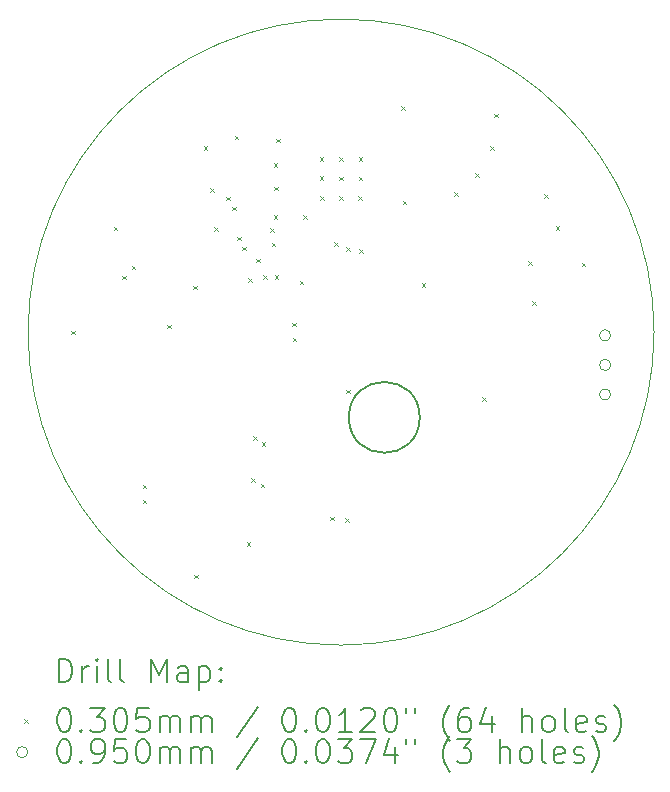
<source format=gbr>
%TF.GenerationSoftware,KiCad,Pcbnew,8.99.0-3406-g49ffbf5b50*%
%TF.CreationDate,2025-01-20T10:30:10+05:30*%
%TF.ProjectId,knob,6b6e6f62-2e6b-4696-9361-645f70636258,rev?*%
%TF.SameCoordinates,Original*%
%TF.FileFunction,Drillmap*%
%TF.FilePolarity,Positive*%
%FSLAX45Y45*%
G04 Gerber Fmt 4.5, Leading zero omitted, Abs format (unit mm)*
G04 Created by KiCad (PCBNEW 8.99.0-3406-g49ffbf5b50) date 2025-01-20 10:30:10*
%MOMM*%
%LPD*%
G01*
G04 APERTURE LIST*
%ADD10C,0.200000*%
%ADD11C,0.050000*%
%ADD12C,0.100000*%
G04 APERTURE END LIST*
D10*
X10666000Y-10722000D02*
G75*
G02*
X10066000Y-10722000I-300000J0D01*
G01*
X10066000Y-10722000D02*
G75*
G02*
X10666000Y-10722000I300000J0D01*
G01*
D11*
X12650000Y-10000000D02*
G75*
G02*
X7350000Y-10000000I-2650000J0D01*
G01*
X7350000Y-10000000D02*
G75*
G02*
X12650000Y-10000000I2650000J0D01*
G01*
D10*
D12*
X7714760Y-9989760D02*
X7745240Y-10020240D01*
X7745240Y-9989760D02*
X7714760Y-10020240D01*
X8073760Y-9106760D02*
X8104240Y-9137240D01*
X8104240Y-9106760D02*
X8073760Y-9137240D01*
X8147760Y-9523760D02*
X8178240Y-9554240D01*
X8178240Y-9523760D02*
X8147760Y-9554240D01*
X8226760Y-9436760D02*
X8257240Y-9467240D01*
X8257240Y-9436760D02*
X8226760Y-9467240D01*
X8320760Y-11292260D02*
X8351240Y-11322740D01*
X8351240Y-11292260D02*
X8320760Y-11322740D01*
X8320760Y-11419260D02*
X8351240Y-11449740D01*
X8351240Y-11419260D02*
X8320760Y-11449740D01*
X8526760Y-9935760D02*
X8557240Y-9966240D01*
X8557240Y-9935760D02*
X8526760Y-9966240D01*
X8749760Y-9605760D02*
X8780240Y-9636240D01*
X8780240Y-9605760D02*
X8749760Y-9636240D01*
X8755760Y-12052760D02*
X8786240Y-12083240D01*
X8786240Y-12052760D02*
X8755760Y-12083240D01*
X8835760Y-8427760D02*
X8866240Y-8458240D01*
X8866240Y-8427760D02*
X8835760Y-8458240D01*
X8893760Y-8780760D02*
X8924240Y-8811240D01*
X8924240Y-8780760D02*
X8893760Y-8811240D01*
X8924068Y-9111221D02*
X8954548Y-9141701D01*
X8954548Y-9111221D02*
X8924068Y-9141701D01*
X9029760Y-8852760D02*
X9060240Y-8883240D01*
X9060240Y-8852760D02*
X9029760Y-8883240D01*
X9079920Y-8937760D02*
X9110400Y-8968240D01*
X9110400Y-8937760D02*
X9079920Y-8968240D01*
X9100760Y-8336760D02*
X9131240Y-8367240D01*
X9131240Y-8336760D02*
X9100760Y-8367240D01*
X9120240Y-9192760D02*
X9150720Y-9223240D01*
X9150720Y-9192760D02*
X9120240Y-9223240D01*
X9160560Y-9277760D02*
X9191040Y-9308240D01*
X9191040Y-9277760D02*
X9160560Y-9308240D01*
X9199760Y-11777760D02*
X9230240Y-11808240D01*
X9230240Y-11777760D02*
X9199760Y-11808240D01*
X9214760Y-9541760D02*
X9245240Y-9572240D01*
X9245240Y-9541760D02*
X9214760Y-9572240D01*
X9237760Y-11234760D02*
X9268240Y-11265240D01*
X9268240Y-11234760D02*
X9237760Y-11265240D01*
X9257760Y-10883760D02*
X9288240Y-10914240D01*
X9288240Y-10883760D02*
X9257760Y-10914240D01*
X9279703Y-9378469D02*
X9310183Y-9408949D01*
X9310183Y-9378469D02*
X9279703Y-9408949D01*
X9320760Y-11284760D02*
X9351240Y-11315240D01*
X9351240Y-11284760D02*
X9320760Y-11315240D01*
X9328760Y-10932760D02*
X9359240Y-10963240D01*
X9359240Y-10932760D02*
X9328760Y-10963240D01*
X9339760Y-9519760D02*
X9370240Y-9550240D01*
X9370240Y-9519760D02*
X9339760Y-9550240D01*
X9399760Y-9120760D02*
X9430240Y-9151240D01*
X9430240Y-9120760D02*
X9399760Y-9151240D01*
X9411760Y-9243760D02*
X9442240Y-9274240D01*
X9442240Y-9243760D02*
X9411760Y-9274240D01*
X9429760Y-9010760D02*
X9460240Y-9041240D01*
X9460240Y-9010760D02*
X9429760Y-9041240D01*
X9431260Y-8568260D02*
X9461740Y-8598740D01*
X9461740Y-8568260D02*
X9431260Y-8598740D01*
X9431760Y-8768760D02*
X9462240Y-8799240D01*
X9462240Y-8768760D02*
X9431760Y-8799240D01*
X9436760Y-9520760D02*
X9467240Y-9551240D01*
X9467240Y-9520760D02*
X9436760Y-9551240D01*
X9451760Y-8362760D02*
X9482240Y-8393240D01*
X9482240Y-8362760D02*
X9451760Y-8393240D01*
X9585760Y-9921260D02*
X9616240Y-9951740D01*
X9616240Y-9921260D02*
X9585760Y-9951740D01*
X9590760Y-10048260D02*
X9621240Y-10078740D01*
X9621240Y-10048260D02*
X9590760Y-10078740D01*
X9648760Y-9563760D02*
X9679240Y-9594240D01*
X9679240Y-9563760D02*
X9648760Y-9594240D01*
X9678760Y-9011760D02*
X9709240Y-9042240D01*
X9709240Y-9011760D02*
X9678760Y-9042240D01*
X9819760Y-8517760D02*
X9850240Y-8548240D01*
X9850240Y-8517760D02*
X9819760Y-8548240D01*
X9819760Y-8677760D02*
X9850240Y-8708240D01*
X9850240Y-8677760D02*
X9819760Y-8708240D01*
X9821760Y-8848760D02*
X9852240Y-8879240D01*
X9852240Y-8848760D02*
X9821760Y-8879240D01*
X9907760Y-11562760D02*
X9938240Y-11593240D01*
X9938240Y-11562760D02*
X9907760Y-11593240D01*
X9940760Y-9236760D02*
X9971240Y-9267240D01*
X9971240Y-9236760D02*
X9940760Y-9267240D01*
X9984760Y-8517760D02*
X10015240Y-8548240D01*
X10015240Y-8517760D02*
X9984760Y-8548240D01*
X9984760Y-8682760D02*
X10015240Y-8713240D01*
X10015240Y-8682760D02*
X9984760Y-8713240D01*
X9984760Y-8847760D02*
X10015240Y-8878240D01*
X10015240Y-8847760D02*
X9984760Y-8878240D01*
X10033760Y-11576760D02*
X10064240Y-11607240D01*
X10064240Y-11576760D02*
X10033760Y-11607240D01*
X10040933Y-9282442D02*
X10071413Y-9312922D01*
X10071413Y-9282442D02*
X10040933Y-9312922D01*
X10043760Y-10486760D02*
X10074240Y-10517240D01*
X10074240Y-10486760D02*
X10043760Y-10517240D01*
X10146760Y-8848760D02*
X10177240Y-8879240D01*
X10177240Y-8848760D02*
X10146760Y-8879240D01*
X10149760Y-8517760D02*
X10180240Y-8548240D01*
X10180240Y-8517760D02*
X10149760Y-8548240D01*
X10149760Y-8684760D02*
X10180240Y-8715240D01*
X10180240Y-8684760D02*
X10149760Y-8715240D01*
X10154760Y-9296760D02*
X10185240Y-9327240D01*
X10185240Y-9296760D02*
X10154760Y-9327240D01*
X10507760Y-8088760D02*
X10538240Y-8119240D01*
X10538240Y-8088760D02*
X10507760Y-8119240D01*
X10520260Y-8888260D02*
X10550740Y-8918740D01*
X10550740Y-8888260D02*
X10520260Y-8918740D01*
X10681760Y-9586760D02*
X10712240Y-9617240D01*
X10712240Y-9586760D02*
X10681760Y-9617240D01*
X10958760Y-8814760D02*
X10989240Y-8845240D01*
X10989240Y-8814760D02*
X10958760Y-8845240D01*
X11137760Y-8654760D02*
X11168240Y-8685240D01*
X11168240Y-8654760D02*
X11137760Y-8685240D01*
X11194760Y-10549760D02*
X11225240Y-10580240D01*
X11225240Y-10549760D02*
X11194760Y-10580240D01*
X11260760Y-8423760D02*
X11291240Y-8454240D01*
X11291240Y-8423760D02*
X11260760Y-8454240D01*
X11296760Y-8149760D02*
X11327240Y-8180240D01*
X11327240Y-8149760D02*
X11296760Y-8180240D01*
X11582760Y-9399760D02*
X11613240Y-9430240D01*
X11613240Y-9399760D02*
X11582760Y-9430240D01*
X11618760Y-9740760D02*
X11649240Y-9771240D01*
X11649240Y-9740760D02*
X11618760Y-9771240D01*
X11718760Y-8830760D02*
X11749240Y-8861240D01*
X11749240Y-8830760D02*
X11718760Y-8861240D01*
X11815760Y-9103760D02*
X11846240Y-9134240D01*
X11846240Y-9103760D02*
X11815760Y-9134240D01*
X12037760Y-9412760D02*
X12068240Y-9443240D01*
X12068240Y-9412760D02*
X12037760Y-9443240D01*
X12282750Y-10028000D02*
G75*
G02*
X12187750Y-10028000I-47500J0D01*
G01*
X12187750Y-10028000D02*
G75*
G02*
X12282750Y-10028000I47500J0D01*
G01*
X12282750Y-10278000D02*
G75*
G02*
X12187750Y-10278000I-47500J0D01*
G01*
X12187750Y-10278000D02*
G75*
G02*
X12282750Y-10278000I47500J0D01*
G01*
X12282750Y-10528000D02*
G75*
G02*
X12187750Y-10528000I-47500J0D01*
G01*
X12187750Y-10528000D02*
G75*
G02*
X12282750Y-10528000I47500J0D01*
G01*
D10*
X7608277Y-12963984D02*
X7608277Y-12763984D01*
X7608277Y-12763984D02*
X7655896Y-12763984D01*
X7655896Y-12763984D02*
X7684467Y-12773508D01*
X7684467Y-12773508D02*
X7703515Y-12792555D01*
X7703515Y-12792555D02*
X7713039Y-12811603D01*
X7713039Y-12811603D02*
X7722562Y-12849698D01*
X7722562Y-12849698D02*
X7722562Y-12878269D01*
X7722562Y-12878269D02*
X7713039Y-12916365D01*
X7713039Y-12916365D02*
X7703515Y-12935412D01*
X7703515Y-12935412D02*
X7684467Y-12954460D01*
X7684467Y-12954460D02*
X7655896Y-12963984D01*
X7655896Y-12963984D02*
X7608277Y-12963984D01*
X7808277Y-12963984D02*
X7808277Y-12830650D01*
X7808277Y-12868746D02*
X7817801Y-12849698D01*
X7817801Y-12849698D02*
X7827324Y-12840174D01*
X7827324Y-12840174D02*
X7846372Y-12830650D01*
X7846372Y-12830650D02*
X7865420Y-12830650D01*
X7932086Y-12963984D02*
X7932086Y-12830650D01*
X7932086Y-12763984D02*
X7922562Y-12773508D01*
X7922562Y-12773508D02*
X7932086Y-12783031D01*
X7932086Y-12783031D02*
X7941610Y-12773508D01*
X7941610Y-12773508D02*
X7932086Y-12763984D01*
X7932086Y-12763984D02*
X7932086Y-12783031D01*
X8055896Y-12963984D02*
X8036848Y-12954460D01*
X8036848Y-12954460D02*
X8027324Y-12935412D01*
X8027324Y-12935412D02*
X8027324Y-12763984D01*
X8160658Y-12963984D02*
X8141610Y-12954460D01*
X8141610Y-12954460D02*
X8132086Y-12935412D01*
X8132086Y-12935412D02*
X8132086Y-12763984D01*
X8389229Y-12963984D02*
X8389229Y-12763984D01*
X8389229Y-12763984D02*
X8455896Y-12906841D01*
X8455896Y-12906841D02*
X8522563Y-12763984D01*
X8522563Y-12763984D02*
X8522563Y-12963984D01*
X8703515Y-12963984D02*
X8703515Y-12859222D01*
X8703515Y-12859222D02*
X8693991Y-12840174D01*
X8693991Y-12840174D02*
X8674944Y-12830650D01*
X8674944Y-12830650D02*
X8636848Y-12830650D01*
X8636848Y-12830650D02*
X8617801Y-12840174D01*
X8703515Y-12954460D02*
X8684467Y-12963984D01*
X8684467Y-12963984D02*
X8636848Y-12963984D01*
X8636848Y-12963984D02*
X8617801Y-12954460D01*
X8617801Y-12954460D02*
X8608277Y-12935412D01*
X8608277Y-12935412D02*
X8608277Y-12916365D01*
X8608277Y-12916365D02*
X8617801Y-12897317D01*
X8617801Y-12897317D02*
X8636848Y-12887793D01*
X8636848Y-12887793D02*
X8684467Y-12887793D01*
X8684467Y-12887793D02*
X8703515Y-12878269D01*
X8798753Y-12830650D02*
X8798753Y-13030650D01*
X8798753Y-12840174D02*
X8817801Y-12830650D01*
X8817801Y-12830650D02*
X8855896Y-12830650D01*
X8855896Y-12830650D02*
X8874944Y-12840174D01*
X8874944Y-12840174D02*
X8884467Y-12849698D01*
X8884467Y-12849698D02*
X8893991Y-12868746D01*
X8893991Y-12868746D02*
X8893991Y-12925888D01*
X8893991Y-12925888D02*
X8884467Y-12944936D01*
X8884467Y-12944936D02*
X8874944Y-12954460D01*
X8874944Y-12954460D02*
X8855896Y-12963984D01*
X8855896Y-12963984D02*
X8817801Y-12963984D01*
X8817801Y-12963984D02*
X8798753Y-12954460D01*
X8979705Y-12944936D02*
X8989229Y-12954460D01*
X8989229Y-12954460D02*
X8979705Y-12963984D01*
X8979705Y-12963984D02*
X8970182Y-12954460D01*
X8970182Y-12954460D02*
X8979705Y-12944936D01*
X8979705Y-12944936D02*
X8979705Y-12963984D01*
X8979705Y-12840174D02*
X8989229Y-12849698D01*
X8989229Y-12849698D02*
X8979705Y-12859222D01*
X8979705Y-12859222D02*
X8970182Y-12849698D01*
X8970182Y-12849698D02*
X8979705Y-12840174D01*
X8979705Y-12840174D02*
X8979705Y-12859222D01*
D12*
X7317020Y-13277260D02*
X7347500Y-13307740D01*
X7347500Y-13277260D02*
X7317020Y-13307740D01*
D10*
X7646372Y-13183984D02*
X7665420Y-13183984D01*
X7665420Y-13183984D02*
X7684467Y-13193508D01*
X7684467Y-13193508D02*
X7693991Y-13203031D01*
X7693991Y-13203031D02*
X7703515Y-13222079D01*
X7703515Y-13222079D02*
X7713039Y-13260174D01*
X7713039Y-13260174D02*
X7713039Y-13307793D01*
X7713039Y-13307793D02*
X7703515Y-13345888D01*
X7703515Y-13345888D02*
X7693991Y-13364936D01*
X7693991Y-13364936D02*
X7684467Y-13374460D01*
X7684467Y-13374460D02*
X7665420Y-13383984D01*
X7665420Y-13383984D02*
X7646372Y-13383984D01*
X7646372Y-13383984D02*
X7627324Y-13374460D01*
X7627324Y-13374460D02*
X7617801Y-13364936D01*
X7617801Y-13364936D02*
X7608277Y-13345888D01*
X7608277Y-13345888D02*
X7598753Y-13307793D01*
X7598753Y-13307793D02*
X7598753Y-13260174D01*
X7598753Y-13260174D02*
X7608277Y-13222079D01*
X7608277Y-13222079D02*
X7617801Y-13203031D01*
X7617801Y-13203031D02*
X7627324Y-13193508D01*
X7627324Y-13193508D02*
X7646372Y-13183984D01*
X7798753Y-13364936D02*
X7808277Y-13374460D01*
X7808277Y-13374460D02*
X7798753Y-13383984D01*
X7798753Y-13383984D02*
X7789229Y-13374460D01*
X7789229Y-13374460D02*
X7798753Y-13364936D01*
X7798753Y-13364936D02*
X7798753Y-13383984D01*
X7874943Y-13183984D02*
X7998753Y-13183984D01*
X7998753Y-13183984D02*
X7932086Y-13260174D01*
X7932086Y-13260174D02*
X7960658Y-13260174D01*
X7960658Y-13260174D02*
X7979705Y-13269698D01*
X7979705Y-13269698D02*
X7989229Y-13279222D01*
X7989229Y-13279222D02*
X7998753Y-13298269D01*
X7998753Y-13298269D02*
X7998753Y-13345888D01*
X7998753Y-13345888D02*
X7989229Y-13364936D01*
X7989229Y-13364936D02*
X7979705Y-13374460D01*
X7979705Y-13374460D02*
X7960658Y-13383984D01*
X7960658Y-13383984D02*
X7903515Y-13383984D01*
X7903515Y-13383984D02*
X7884467Y-13374460D01*
X7884467Y-13374460D02*
X7874943Y-13364936D01*
X8122562Y-13183984D02*
X8141610Y-13183984D01*
X8141610Y-13183984D02*
X8160658Y-13193508D01*
X8160658Y-13193508D02*
X8170182Y-13203031D01*
X8170182Y-13203031D02*
X8179705Y-13222079D01*
X8179705Y-13222079D02*
X8189229Y-13260174D01*
X8189229Y-13260174D02*
X8189229Y-13307793D01*
X8189229Y-13307793D02*
X8179705Y-13345888D01*
X8179705Y-13345888D02*
X8170182Y-13364936D01*
X8170182Y-13364936D02*
X8160658Y-13374460D01*
X8160658Y-13374460D02*
X8141610Y-13383984D01*
X8141610Y-13383984D02*
X8122562Y-13383984D01*
X8122562Y-13383984D02*
X8103515Y-13374460D01*
X8103515Y-13374460D02*
X8093991Y-13364936D01*
X8093991Y-13364936D02*
X8084467Y-13345888D01*
X8084467Y-13345888D02*
X8074943Y-13307793D01*
X8074943Y-13307793D02*
X8074943Y-13260174D01*
X8074943Y-13260174D02*
X8084467Y-13222079D01*
X8084467Y-13222079D02*
X8093991Y-13203031D01*
X8093991Y-13203031D02*
X8103515Y-13193508D01*
X8103515Y-13193508D02*
X8122562Y-13183984D01*
X8370182Y-13183984D02*
X8274943Y-13183984D01*
X8274943Y-13183984D02*
X8265420Y-13279222D01*
X8265420Y-13279222D02*
X8274943Y-13269698D01*
X8274943Y-13269698D02*
X8293991Y-13260174D01*
X8293991Y-13260174D02*
X8341610Y-13260174D01*
X8341610Y-13260174D02*
X8360658Y-13269698D01*
X8360658Y-13269698D02*
X8370182Y-13279222D01*
X8370182Y-13279222D02*
X8379705Y-13298269D01*
X8379705Y-13298269D02*
X8379705Y-13345888D01*
X8379705Y-13345888D02*
X8370182Y-13364936D01*
X8370182Y-13364936D02*
X8360658Y-13374460D01*
X8360658Y-13374460D02*
X8341610Y-13383984D01*
X8341610Y-13383984D02*
X8293991Y-13383984D01*
X8293991Y-13383984D02*
X8274943Y-13374460D01*
X8274943Y-13374460D02*
X8265420Y-13364936D01*
X8465420Y-13383984D02*
X8465420Y-13250650D01*
X8465420Y-13269698D02*
X8474944Y-13260174D01*
X8474944Y-13260174D02*
X8493991Y-13250650D01*
X8493991Y-13250650D02*
X8522563Y-13250650D01*
X8522563Y-13250650D02*
X8541610Y-13260174D01*
X8541610Y-13260174D02*
X8551134Y-13279222D01*
X8551134Y-13279222D02*
X8551134Y-13383984D01*
X8551134Y-13279222D02*
X8560658Y-13260174D01*
X8560658Y-13260174D02*
X8579705Y-13250650D01*
X8579705Y-13250650D02*
X8608277Y-13250650D01*
X8608277Y-13250650D02*
X8627325Y-13260174D01*
X8627325Y-13260174D02*
X8636848Y-13279222D01*
X8636848Y-13279222D02*
X8636848Y-13383984D01*
X8732086Y-13383984D02*
X8732086Y-13250650D01*
X8732086Y-13269698D02*
X8741610Y-13260174D01*
X8741610Y-13260174D02*
X8760658Y-13250650D01*
X8760658Y-13250650D02*
X8789229Y-13250650D01*
X8789229Y-13250650D02*
X8808277Y-13260174D01*
X8808277Y-13260174D02*
X8817801Y-13279222D01*
X8817801Y-13279222D02*
X8817801Y-13383984D01*
X8817801Y-13279222D02*
X8827325Y-13260174D01*
X8827325Y-13260174D02*
X8846372Y-13250650D01*
X8846372Y-13250650D02*
X8874944Y-13250650D01*
X8874944Y-13250650D02*
X8893991Y-13260174D01*
X8893991Y-13260174D02*
X8903515Y-13279222D01*
X8903515Y-13279222D02*
X8903515Y-13383984D01*
X9293991Y-13174460D02*
X9122563Y-13431603D01*
X9551134Y-13183984D02*
X9570182Y-13183984D01*
X9570182Y-13183984D02*
X9589229Y-13193508D01*
X9589229Y-13193508D02*
X9598753Y-13203031D01*
X9598753Y-13203031D02*
X9608277Y-13222079D01*
X9608277Y-13222079D02*
X9617801Y-13260174D01*
X9617801Y-13260174D02*
X9617801Y-13307793D01*
X9617801Y-13307793D02*
X9608277Y-13345888D01*
X9608277Y-13345888D02*
X9598753Y-13364936D01*
X9598753Y-13364936D02*
X9589229Y-13374460D01*
X9589229Y-13374460D02*
X9570182Y-13383984D01*
X9570182Y-13383984D02*
X9551134Y-13383984D01*
X9551134Y-13383984D02*
X9532087Y-13374460D01*
X9532087Y-13374460D02*
X9522563Y-13364936D01*
X9522563Y-13364936D02*
X9513039Y-13345888D01*
X9513039Y-13345888D02*
X9503515Y-13307793D01*
X9503515Y-13307793D02*
X9503515Y-13260174D01*
X9503515Y-13260174D02*
X9513039Y-13222079D01*
X9513039Y-13222079D02*
X9522563Y-13203031D01*
X9522563Y-13203031D02*
X9532087Y-13193508D01*
X9532087Y-13193508D02*
X9551134Y-13183984D01*
X9703515Y-13364936D02*
X9713039Y-13374460D01*
X9713039Y-13374460D02*
X9703515Y-13383984D01*
X9703515Y-13383984D02*
X9693991Y-13374460D01*
X9693991Y-13374460D02*
X9703515Y-13364936D01*
X9703515Y-13364936D02*
X9703515Y-13383984D01*
X9836848Y-13183984D02*
X9855896Y-13183984D01*
X9855896Y-13183984D02*
X9874944Y-13193508D01*
X9874944Y-13193508D02*
X9884468Y-13203031D01*
X9884468Y-13203031D02*
X9893991Y-13222079D01*
X9893991Y-13222079D02*
X9903515Y-13260174D01*
X9903515Y-13260174D02*
X9903515Y-13307793D01*
X9903515Y-13307793D02*
X9893991Y-13345888D01*
X9893991Y-13345888D02*
X9884468Y-13364936D01*
X9884468Y-13364936D02*
X9874944Y-13374460D01*
X9874944Y-13374460D02*
X9855896Y-13383984D01*
X9855896Y-13383984D02*
X9836848Y-13383984D01*
X9836848Y-13383984D02*
X9817801Y-13374460D01*
X9817801Y-13374460D02*
X9808277Y-13364936D01*
X9808277Y-13364936D02*
X9798753Y-13345888D01*
X9798753Y-13345888D02*
X9789229Y-13307793D01*
X9789229Y-13307793D02*
X9789229Y-13260174D01*
X9789229Y-13260174D02*
X9798753Y-13222079D01*
X9798753Y-13222079D02*
X9808277Y-13203031D01*
X9808277Y-13203031D02*
X9817801Y-13193508D01*
X9817801Y-13193508D02*
X9836848Y-13183984D01*
X10093991Y-13383984D02*
X9979706Y-13383984D01*
X10036848Y-13383984D02*
X10036848Y-13183984D01*
X10036848Y-13183984D02*
X10017801Y-13212555D01*
X10017801Y-13212555D02*
X9998753Y-13231603D01*
X9998753Y-13231603D02*
X9979706Y-13241127D01*
X10170182Y-13203031D02*
X10179706Y-13193508D01*
X10179706Y-13193508D02*
X10198753Y-13183984D01*
X10198753Y-13183984D02*
X10246372Y-13183984D01*
X10246372Y-13183984D02*
X10265420Y-13193508D01*
X10265420Y-13193508D02*
X10274944Y-13203031D01*
X10274944Y-13203031D02*
X10284468Y-13222079D01*
X10284468Y-13222079D02*
X10284468Y-13241127D01*
X10284468Y-13241127D02*
X10274944Y-13269698D01*
X10274944Y-13269698D02*
X10160658Y-13383984D01*
X10160658Y-13383984D02*
X10284468Y-13383984D01*
X10408277Y-13183984D02*
X10427325Y-13183984D01*
X10427325Y-13183984D02*
X10446372Y-13193508D01*
X10446372Y-13193508D02*
X10455896Y-13203031D01*
X10455896Y-13203031D02*
X10465420Y-13222079D01*
X10465420Y-13222079D02*
X10474944Y-13260174D01*
X10474944Y-13260174D02*
X10474944Y-13307793D01*
X10474944Y-13307793D02*
X10465420Y-13345888D01*
X10465420Y-13345888D02*
X10455896Y-13364936D01*
X10455896Y-13364936D02*
X10446372Y-13374460D01*
X10446372Y-13374460D02*
X10427325Y-13383984D01*
X10427325Y-13383984D02*
X10408277Y-13383984D01*
X10408277Y-13383984D02*
X10389229Y-13374460D01*
X10389229Y-13374460D02*
X10379706Y-13364936D01*
X10379706Y-13364936D02*
X10370182Y-13345888D01*
X10370182Y-13345888D02*
X10360658Y-13307793D01*
X10360658Y-13307793D02*
X10360658Y-13260174D01*
X10360658Y-13260174D02*
X10370182Y-13222079D01*
X10370182Y-13222079D02*
X10379706Y-13203031D01*
X10379706Y-13203031D02*
X10389229Y-13193508D01*
X10389229Y-13193508D02*
X10408277Y-13183984D01*
X10551134Y-13183984D02*
X10551134Y-13222079D01*
X10627325Y-13183984D02*
X10627325Y-13222079D01*
X10922563Y-13460174D02*
X10913039Y-13450650D01*
X10913039Y-13450650D02*
X10893991Y-13422079D01*
X10893991Y-13422079D02*
X10884468Y-13403031D01*
X10884468Y-13403031D02*
X10874944Y-13374460D01*
X10874944Y-13374460D02*
X10865420Y-13326841D01*
X10865420Y-13326841D02*
X10865420Y-13288746D01*
X10865420Y-13288746D02*
X10874944Y-13241127D01*
X10874944Y-13241127D02*
X10884468Y-13212555D01*
X10884468Y-13212555D02*
X10893991Y-13193508D01*
X10893991Y-13193508D02*
X10913039Y-13164936D01*
X10913039Y-13164936D02*
X10922563Y-13155412D01*
X11084468Y-13183984D02*
X11046372Y-13183984D01*
X11046372Y-13183984D02*
X11027325Y-13193508D01*
X11027325Y-13193508D02*
X11017801Y-13203031D01*
X11017801Y-13203031D02*
X10998753Y-13231603D01*
X10998753Y-13231603D02*
X10989230Y-13269698D01*
X10989230Y-13269698D02*
X10989230Y-13345888D01*
X10989230Y-13345888D02*
X10998753Y-13364936D01*
X10998753Y-13364936D02*
X11008277Y-13374460D01*
X11008277Y-13374460D02*
X11027325Y-13383984D01*
X11027325Y-13383984D02*
X11065420Y-13383984D01*
X11065420Y-13383984D02*
X11084468Y-13374460D01*
X11084468Y-13374460D02*
X11093991Y-13364936D01*
X11093991Y-13364936D02*
X11103515Y-13345888D01*
X11103515Y-13345888D02*
X11103515Y-13298269D01*
X11103515Y-13298269D02*
X11093991Y-13279222D01*
X11093991Y-13279222D02*
X11084468Y-13269698D01*
X11084468Y-13269698D02*
X11065420Y-13260174D01*
X11065420Y-13260174D02*
X11027325Y-13260174D01*
X11027325Y-13260174D02*
X11008277Y-13269698D01*
X11008277Y-13269698D02*
X10998753Y-13279222D01*
X10998753Y-13279222D02*
X10989230Y-13298269D01*
X11274944Y-13250650D02*
X11274944Y-13383984D01*
X11227325Y-13174460D02*
X11179706Y-13317317D01*
X11179706Y-13317317D02*
X11303515Y-13317317D01*
X11532087Y-13383984D02*
X11532087Y-13183984D01*
X11617801Y-13383984D02*
X11617801Y-13279222D01*
X11617801Y-13279222D02*
X11608277Y-13260174D01*
X11608277Y-13260174D02*
X11589230Y-13250650D01*
X11589230Y-13250650D02*
X11560658Y-13250650D01*
X11560658Y-13250650D02*
X11541610Y-13260174D01*
X11541610Y-13260174D02*
X11532087Y-13269698D01*
X11741610Y-13383984D02*
X11722563Y-13374460D01*
X11722563Y-13374460D02*
X11713039Y-13364936D01*
X11713039Y-13364936D02*
X11703515Y-13345888D01*
X11703515Y-13345888D02*
X11703515Y-13288746D01*
X11703515Y-13288746D02*
X11713039Y-13269698D01*
X11713039Y-13269698D02*
X11722563Y-13260174D01*
X11722563Y-13260174D02*
X11741610Y-13250650D01*
X11741610Y-13250650D02*
X11770182Y-13250650D01*
X11770182Y-13250650D02*
X11789230Y-13260174D01*
X11789230Y-13260174D02*
X11798753Y-13269698D01*
X11798753Y-13269698D02*
X11808277Y-13288746D01*
X11808277Y-13288746D02*
X11808277Y-13345888D01*
X11808277Y-13345888D02*
X11798753Y-13364936D01*
X11798753Y-13364936D02*
X11789230Y-13374460D01*
X11789230Y-13374460D02*
X11770182Y-13383984D01*
X11770182Y-13383984D02*
X11741610Y-13383984D01*
X11922563Y-13383984D02*
X11903515Y-13374460D01*
X11903515Y-13374460D02*
X11893991Y-13355412D01*
X11893991Y-13355412D02*
X11893991Y-13183984D01*
X12074944Y-13374460D02*
X12055896Y-13383984D01*
X12055896Y-13383984D02*
X12017801Y-13383984D01*
X12017801Y-13383984D02*
X11998753Y-13374460D01*
X11998753Y-13374460D02*
X11989230Y-13355412D01*
X11989230Y-13355412D02*
X11989230Y-13279222D01*
X11989230Y-13279222D02*
X11998753Y-13260174D01*
X11998753Y-13260174D02*
X12017801Y-13250650D01*
X12017801Y-13250650D02*
X12055896Y-13250650D01*
X12055896Y-13250650D02*
X12074944Y-13260174D01*
X12074944Y-13260174D02*
X12084468Y-13279222D01*
X12084468Y-13279222D02*
X12084468Y-13298269D01*
X12084468Y-13298269D02*
X11989230Y-13317317D01*
X12160658Y-13374460D02*
X12179706Y-13383984D01*
X12179706Y-13383984D02*
X12217801Y-13383984D01*
X12217801Y-13383984D02*
X12236849Y-13374460D01*
X12236849Y-13374460D02*
X12246372Y-13355412D01*
X12246372Y-13355412D02*
X12246372Y-13345888D01*
X12246372Y-13345888D02*
X12236849Y-13326841D01*
X12236849Y-13326841D02*
X12217801Y-13317317D01*
X12217801Y-13317317D02*
X12189230Y-13317317D01*
X12189230Y-13317317D02*
X12170182Y-13307793D01*
X12170182Y-13307793D02*
X12160658Y-13288746D01*
X12160658Y-13288746D02*
X12160658Y-13279222D01*
X12160658Y-13279222D02*
X12170182Y-13260174D01*
X12170182Y-13260174D02*
X12189230Y-13250650D01*
X12189230Y-13250650D02*
X12217801Y-13250650D01*
X12217801Y-13250650D02*
X12236849Y-13260174D01*
X12313039Y-13460174D02*
X12322563Y-13450650D01*
X12322563Y-13450650D02*
X12341611Y-13422079D01*
X12341611Y-13422079D02*
X12351134Y-13403031D01*
X12351134Y-13403031D02*
X12360658Y-13374460D01*
X12360658Y-13374460D02*
X12370182Y-13326841D01*
X12370182Y-13326841D02*
X12370182Y-13288746D01*
X12370182Y-13288746D02*
X12360658Y-13241127D01*
X12360658Y-13241127D02*
X12351134Y-13212555D01*
X12351134Y-13212555D02*
X12341611Y-13193508D01*
X12341611Y-13193508D02*
X12322563Y-13164936D01*
X12322563Y-13164936D02*
X12313039Y-13155412D01*
D12*
X7347500Y-13556500D02*
G75*
G02*
X7252500Y-13556500I-47500J0D01*
G01*
X7252500Y-13556500D02*
G75*
G02*
X7347500Y-13556500I47500J0D01*
G01*
D10*
X7646372Y-13447984D02*
X7665420Y-13447984D01*
X7665420Y-13447984D02*
X7684467Y-13457508D01*
X7684467Y-13457508D02*
X7693991Y-13467031D01*
X7693991Y-13467031D02*
X7703515Y-13486079D01*
X7703515Y-13486079D02*
X7713039Y-13524174D01*
X7713039Y-13524174D02*
X7713039Y-13571793D01*
X7713039Y-13571793D02*
X7703515Y-13609888D01*
X7703515Y-13609888D02*
X7693991Y-13628936D01*
X7693991Y-13628936D02*
X7684467Y-13638460D01*
X7684467Y-13638460D02*
X7665420Y-13647984D01*
X7665420Y-13647984D02*
X7646372Y-13647984D01*
X7646372Y-13647984D02*
X7627324Y-13638460D01*
X7627324Y-13638460D02*
X7617801Y-13628936D01*
X7617801Y-13628936D02*
X7608277Y-13609888D01*
X7608277Y-13609888D02*
X7598753Y-13571793D01*
X7598753Y-13571793D02*
X7598753Y-13524174D01*
X7598753Y-13524174D02*
X7608277Y-13486079D01*
X7608277Y-13486079D02*
X7617801Y-13467031D01*
X7617801Y-13467031D02*
X7627324Y-13457508D01*
X7627324Y-13457508D02*
X7646372Y-13447984D01*
X7798753Y-13628936D02*
X7808277Y-13638460D01*
X7808277Y-13638460D02*
X7798753Y-13647984D01*
X7798753Y-13647984D02*
X7789229Y-13638460D01*
X7789229Y-13638460D02*
X7798753Y-13628936D01*
X7798753Y-13628936D02*
X7798753Y-13647984D01*
X7903515Y-13647984D02*
X7941610Y-13647984D01*
X7941610Y-13647984D02*
X7960658Y-13638460D01*
X7960658Y-13638460D02*
X7970182Y-13628936D01*
X7970182Y-13628936D02*
X7989229Y-13600365D01*
X7989229Y-13600365D02*
X7998753Y-13562269D01*
X7998753Y-13562269D02*
X7998753Y-13486079D01*
X7998753Y-13486079D02*
X7989229Y-13467031D01*
X7989229Y-13467031D02*
X7979705Y-13457508D01*
X7979705Y-13457508D02*
X7960658Y-13447984D01*
X7960658Y-13447984D02*
X7922562Y-13447984D01*
X7922562Y-13447984D02*
X7903515Y-13457508D01*
X7903515Y-13457508D02*
X7893991Y-13467031D01*
X7893991Y-13467031D02*
X7884467Y-13486079D01*
X7884467Y-13486079D02*
X7884467Y-13533698D01*
X7884467Y-13533698D02*
X7893991Y-13552746D01*
X7893991Y-13552746D02*
X7903515Y-13562269D01*
X7903515Y-13562269D02*
X7922562Y-13571793D01*
X7922562Y-13571793D02*
X7960658Y-13571793D01*
X7960658Y-13571793D02*
X7979705Y-13562269D01*
X7979705Y-13562269D02*
X7989229Y-13552746D01*
X7989229Y-13552746D02*
X7998753Y-13533698D01*
X8179705Y-13447984D02*
X8084467Y-13447984D01*
X8084467Y-13447984D02*
X8074943Y-13543222D01*
X8074943Y-13543222D02*
X8084467Y-13533698D01*
X8084467Y-13533698D02*
X8103515Y-13524174D01*
X8103515Y-13524174D02*
X8151134Y-13524174D01*
X8151134Y-13524174D02*
X8170182Y-13533698D01*
X8170182Y-13533698D02*
X8179705Y-13543222D01*
X8179705Y-13543222D02*
X8189229Y-13562269D01*
X8189229Y-13562269D02*
X8189229Y-13609888D01*
X8189229Y-13609888D02*
X8179705Y-13628936D01*
X8179705Y-13628936D02*
X8170182Y-13638460D01*
X8170182Y-13638460D02*
X8151134Y-13647984D01*
X8151134Y-13647984D02*
X8103515Y-13647984D01*
X8103515Y-13647984D02*
X8084467Y-13638460D01*
X8084467Y-13638460D02*
X8074943Y-13628936D01*
X8313039Y-13447984D02*
X8332086Y-13447984D01*
X8332086Y-13447984D02*
X8351134Y-13457508D01*
X8351134Y-13457508D02*
X8360658Y-13467031D01*
X8360658Y-13467031D02*
X8370182Y-13486079D01*
X8370182Y-13486079D02*
X8379705Y-13524174D01*
X8379705Y-13524174D02*
X8379705Y-13571793D01*
X8379705Y-13571793D02*
X8370182Y-13609888D01*
X8370182Y-13609888D02*
X8360658Y-13628936D01*
X8360658Y-13628936D02*
X8351134Y-13638460D01*
X8351134Y-13638460D02*
X8332086Y-13647984D01*
X8332086Y-13647984D02*
X8313039Y-13647984D01*
X8313039Y-13647984D02*
X8293991Y-13638460D01*
X8293991Y-13638460D02*
X8284467Y-13628936D01*
X8284467Y-13628936D02*
X8274943Y-13609888D01*
X8274943Y-13609888D02*
X8265420Y-13571793D01*
X8265420Y-13571793D02*
X8265420Y-13524174D01*
X8265420Y-13524174D02*
X8274943Y-13486079D01*
X8274943Y-13486079D02*
X8284467Y-13467031D01*
X8284467Y-13467031D02*
X8293991Y-13457508D01*
X8293991Y-13457508D02*
X8313039Y-13447984D01*
X8465420Y-13647984D02*
X8465420Y-13514650D01*
X8465420Y-13533698D02*
X8474944Y-13524174D01*
X8474944Y-13524174D02*
X8493991Y-13514650D01*
X8493991Y-13514650D02*
X8522563Y-13514650D01*
X8522563Y-13514650D02*
X8541610Y-13524174D01*
X8541610Y-13524174D02*
X8551134Y-13543222D01*
X8551134Y-13543222D02*
X8551134Y-13647984D01*
X8551134Y-13543222D02*
X8560658Y-13524174D01*
X8560658Y-13524174D02*
X8579705Y-13514650D01*
X8579705Y-13514650D02*
X8608277Y-13514650D01*
X8608277Y-13514650D02*
X8627325Y-13524174D01*
X8627325Y-13524174D02*
X8636848Y-13543222D01*
X8636848Y-13543222D02*
X8636848Y-13647984D01*
X8732086Y-13647984D02*
X8732086Y-13514650D01*
X8732086Y-13533698D02*
X8741610Y-13524174D01*
X8741610Y-13524174D02*
X8760658Y-13514650D01*
X8760658Y-13514650D02*
X8789229Y-13514650D01*
X8789229Y-13514650D02*
X8808277Y-13524174D01*
X8808277Y-13524174D02*
X8817801Y-13543222D01*
X8817801Y-13543222D02*
X8817801Y-13647984D01*
X8817801Y-13543222D02*
X8827325Y-13524174D01*
X8827325Y-13524174D02*
X8846372Y-13514650D01*
X8846372Y-13514650D02*
X8874944Y-13514650D01*
X8874944Y-13514650D02*
X8893991Y-13524174D01*
X8893991Y-13524174D02*
X8903515Y-13543222D01*
X8903515Y-13543222D02*
X8903515Y-13647984D01*
X9293991Y-13438460D02*
X9122563Y-13695603D01*
X9551134Y-13447984D02*
X9570182Y-13447984D01*
X9570182Y-13447984D02*
X9589229Y-13457508D01*
X9589229Y-13457508D02*
X9598753Y-13467031D01*
X9598753Y-13467031D02*
X9608277Y-13486079D01*
X9608277Y-13486079D02*
X9617801Y-13524174D01*
X9617801Y-13524174D02*
X9617801Y-13571793D01*
X9617801Y-13571793D02*
X9608277Y-13609888D01*
X9608277Y-13609888D02*
X9598753Y-13628936D01*
X9598753Y-13628936D02*
X9589229Y-13638460D01*
X9589229Y-13638460D02*
X9570182Y-13647984D01*
X9570182Y-13647984D02*
X9551134Y-13647984D01*
X9551134Y-13647984D02*
X9532087Y-13638460D01*
X9532087Y-13638460D02*
X9522563Y-13628936D01*
X9522563Y-13628936D02*
X9513039Y-13609888D01*
X9513039Y-13609888D02*
X9503515Y-13571793D01*
X9503515Y-13571793D02*
X9503515Y-13524174D01*
X9503515Y-13524174D02*
X9513039Y-13486079D01*
X9513039Y-13486079D02*
X9522563Y-13467031D01*
X9522563Y-13467031D02*
X9532087Y-13457508D01*
X9532087Y-13457508D02*
X9551134Y-13447984D01*
X9703515Y-13628936D02*
X9713039Y-13638460D01*
X9713039Y-13638460D02*
X9703515Y-13647984D01*
X9703515Y-13647984D02*
X9693991Y-13638460D01*
X9693991Y-13638460D02*
X9703515Y-13628936D01*
X9703515Y-13628936D02*
X9703515Y-13647984D01*
X9836848Y-13447984D02*
X9855896Y-13447984D01*
X9855896Y-13447984D02*
X9874944Y-13457508D01*
X9874944Y-13457508D02*
X9884468Y-13467031D01*
X9884468Y-13467031D02*
X9893991Y-13486079D01*
X9893991Y-13486079D02*
X9903515Y-13524174D01*
X9903515Y-13524174D02*
X9903515Y-13571793D01*
X9903515Y-13571793D02*
X9893991Y-13609888D01*
X9893991Y-13609888D02*
X9884468Y-13628936D01*
X9884468Y-13628936D02*
X9874944Y-13638460D01*
X9874944Y-13638460D02*
X9855896Y-13647984D01*
X9855896Y-13647984D02*
X9836848Y-13647984D01*
X9836848Y-13647984D02*
X9817801Y-13638460D01*
X9817801Y-13638460D02*
X9808277Y-13628936D01*
X9808277Y-13628936D02*
X9798753Y-13609888D01*
X9798753Y-13609888D02*
X9789229Y-13571793D01*
X9789229Y-13571793D02*
X9789229Y-13524174D01*
X9789229Y-13524174D02*
X9798753Y-13486079D01*
X9798753Y-13486079D02*
X9808277Y-13467031D01*
X9808277Y-13467031D02*
X9817801Y-13457508D01*
X9817801Y-13457508D02*
X9836848Y-13447984D01*
X9970182Y-13447984D02*
X10093991Y-13447984D01*
X10093991Y-13447984D02*
X10027325Y-13524174D01*
X10027325Y-13524174D02*
X10055896Y-13524174D01*
X10055896Y-13524174D02*
X10074944Y-13533698D01*
X10074944Y-13533698D02*
X10084468Y-13543222D01*
X10084468Y-13543222D02*
X10093991Y-13562269D01*
X10093991Y-13562269D02*
X10093991Y-13609888D01*
X10093991Y-13609888D02*
X10084468Y-13628936D01*
X10084468Y-13628936D02*
X10074944Y-13638460D01*
X10074944Y-13638460D02*
X10055896Y-13647984D01*
X10055896Y-13647984D02*
X9998753Y-13647984D01*
X9998753Y-13647984D02*
X9979706Y-13638460D01*
X9979706Y-13638460D02*
X9970182Y-13628936D01*
X10160658Y-13447984D02*
X10293991Y-13447984D01*
X10293991Y-13447984D02*
X10208277Y-13647984D01*
X10455896Y-13514650D02*
X10455896Y-13647984D01*
X10408277Y-13438460D02*
X10360658Y-13581317D01*
X10360658Y-13581317D02*
X10484468Y-13581317D01*
X10551134Y-13447984D02*
X10551134Y-13486079D01*
X10627325Y-13447984D02*
X10627325Y-13486079D01*
X10922563Y-13724174D02*
X10913039Y-13714650D01*
X10913039Y-13714650D02*
X10893991Y-13686079D01*
X10893991Y-13686079D02*
X10884468Y-13667031D01*
X10884468Y-13667031D02*
X10874944Y-13638460D01*
X10874944Y-13638460D02*
X10865420Y-13590841D01*
X10865420Y-13590841D02*
X10865420Y-13552746D01*
X10865420Y-13552746D02*
X10874944Y-13505127D01*
X10874944Y-13505127D02*
X10884468Y-13476555D01*
X10884468Y-13476555D02*
X10893991Y-13457508D01*
X10893991Y-13457508D02*
X10913039Y-13428936D01*
X10913039Y-13428936D02*
X10922563Y-13419412D01*
X10979706Y-13447984D02*
X11103515Y-13447984D01*
X11103515Y-13447984D02*
X11036849Y-13524174D01*
X11036849Y-13524174D02*
X11065420Y-13524174D01*
X11065420Y-13524174D02*
X11084468Y-13533698D01*
X11084468Y-13533698D02*
X11093991Y-13543222D01*
X11093991Y-13543222D02*
X11103515Y-13562269D01*
X11103515Y-13562269D02*
X11103515Y-13609888D01*
X11103515Y-13609888D02*
X11093991Y-13628936D01*
X11093991Y-13628936D02*
X11084468Y-13638460D01*
X11084468Y-13638460D02*
X11065420Y-13647984D01*
X11065420Y-13647984D02*
X11008277Y-13647984D01*
X11008277Y-13647984D02*
X10989230Y-13638460D01*
X10989230Y-13638460D02*
X10979706Y-13628936D01*
X11341610Y-13647984D02*
X11341610Y-13447984D01*
X11427325Y-13647984D02*
X11427325Y-13543222D01*
X11427325Y-13543222D02*
X11417801Y-13524174D01*
X11417801Y-13524174D02*
X11398753Y-13514650D01*
X11398753Y-13514650D02*
X11370182Y-13514650D01*
X11370182Y-13514650D02*
X11351134Y-13524174D01*
X11351134Y-13524174D02*
X11341610Y-13533698D01*
X11551134Y-13647984D02*
X11532087Y-13638460D01*
X11532087Y-13638460D02*
X11522563Y-13628936D01*
X11522563Y-13628936D02*
X11513039Y-13609888D01*
X11513039Y-13609888D02*
X11513039Y-13552746D01*
X11513039Y-13552746D02*
X11522563Y-13533698D01*
X11522563Y-13533698D02*
X11532087Y-13524174D01*
X11532087Y-13524174D02*
X11551134Y-13514650D01*
X11551134Y-13514650D02*
X11579706Y-13514650D01*
X11579706Y-13514650D02*
X11598753Y-13524174D01*
X11598753Y-13524174D02*
X11608277Y-13533698D01*
X11608277Y-13533698D02*
X11617801Y-13552746D01*
X11617801Y-13552746D02*
X11617801Y-13609888D01*
X11617801Y-13609888D02*
X11608277Y-13628936D01*
X11608277Y-13628936D02*
X11598753Y-13638460D01*
X11598753Y-13638460D02*
X11579706Y-13647984D01*
X11579706Y-13647984D02*
X11551134Y-13647984D01*
X11732087Y-13647984D02*
X11713039Y-13638460D01*
X11713039Y-13638460D02*
X11703515Y-13619412D01*
X11703515Y-13619412D02*
X11703515Y-13447984D01*
X11884468Y-13638460D02*
X11865420Y-13647984D01*
X11865420Y-13647984D02*
X11827325Y-13647984D01*
X11827325Y-13647984D02*
X11808277Y-13638460D01*
X11808277Y-13638460D02*
X11798753Y-13619412D01*
X11798753Y-13619412D02*
X11798753Y-13543222D01*
X11798753Y-13543222D02*
X11808277Y-13524174D01*
X11808277Y-13524174D02*
X11827325Y-13514650D01*
X11827325Y-13514650D02*
X11865420Y-13514650D01*
X11865420Y-13514650D02*
X11884468Y-13524174D01*
X11884468Y-13524174D02*
X11893991Y-13543222D01*
X11893991Y-13543222D02*
X11893991Y-13562269D01*
X11893991Y-13562269D02*
X11798753Y-13581317D01*
X11970182Y-13638460D02*
X11989230Y-13647984D01*
X11989230Y-13647984D02*
X12027325Y-13647984D01*
X12027325Y-13647984D02*
X12046372Y-13638460D01*
X12046372Y-13638460D02*
X12055896Y-13619412D01*
X12055896Y-13619412D02*
X12055896Y-13609888D01*
X12055896Y-13609888D02*
X12046372Y-13590841D01*
X12046372Y-13590841D02*
X12027325Y-13581317D01*
X12027325Y-13581317D02*
X11998753Y-13581317D01*
X11998753Y-13581317D02*
X11979706Y-13571793D01*
X11979706Y-13571793D02*
X11970182Y-13552746D01*
X11970182Y-13552746D02*
X11970182Y-13543222D01*
X11970182Y-13543222D02*
X11979706Y-13524174D01*
X11979706Y-13524174D02*
X11998753Y-13514650D01*
X11998753Y-13514650D02*
X12027325Y-13514650D01*
X12027325Y-13514650D02*
X12046372Y-13524174D01*
X12122563Y-13724174D02*
X12132087Y-13714650D01*
X12132087Y-13714650D02*
X12151134Y-13686079D01*
X12151134Y-13686079D02*
X12160658Y-13667031D01*
X12160658Y-13667031D02*
X12170182Y-13638460D01*
X12170182Y-13638460D02*
X12179706Y-13590841D01*
X12179706Y-13590841D02*
X12179706Y-13552746D01*
X12179706Y-13552746D02*
X12170182Y-13505127D01*
X12170182Y-13505127D02*
X12160658Y-13476555D01*
X12160658Y-13476555D02*
X12151134Y-13457508D01*
X12151134Y-13457508D02*
X12132087Y-13428936D01*
X12132087Y-13428936D02*
X12122563Y-13419412D01*
M02*

</source>
